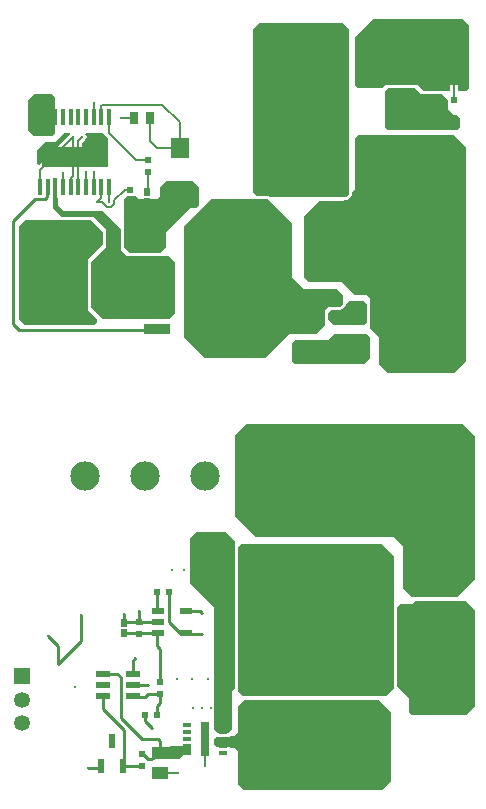
<source format=gbl>
G04*
G04 #@! TF.GenerationSoftware,Altium Limited,Altium Designer,21.2.2 (38)*
G04*
G04 Layer_Physical_Order=4*
G04 Layer_Color=16711680*
%FSLAX23Y23*%
%MOIN*%
G70*
G04*
G04 #@! TF.SameCoordinates,6939E313-D8E2-45C8-8463-115B02E7E026*
G04*
G04*
G04 #@! TF.FilePolarity,Positive*
G04*
G01*
G75*
%ADD12C,0.010*%
%ADD13R,0.019X0.020*%
%ADD16R,0.058X0.041*%
%ADD20R,0.020X0.019*%
%ADD21R,0.031X0.039*%
%ADD22R,0.024X0.026*%
%ADD44C,0.006*%
%ADD46C,0.007*%
%ADD47R,0.053X0.053*%
%ADD48C,0.053*%
%ADD49R,0.053X0.053*%
%ADD50C,0.098*%
%ADD51C,0.012*%
%ADD52R,0.049X0.024*%
%ADD53R,0.024X0.051*%
%ADD54R,0.039X0.024*%
%ADD55R,0.083X0.048*%
%ADD56R,0.297X0.409*%
%ADD57R,0.031X0.118*%
%ADD58R,0.028X0.016*%
%ADD59R,0.132X0.043*%
%ADD60R,0.041X0.058*%
%ADD61R,0.043X0.067*%
%ADD62R,0.045X0.134*%
%ADD63R,0.063X0.065*%
%ADD64R,0.163X0.183*%
%ADD65R,0.057X0.045*%
%ADD66R,0.093X0.061*%
%ADD67R,0.280X0.220*%
%ADD68R,0.089X0.037*%
%ADD69R,0.224X0.070*%
%ADD70R,0.018X0.055*%
G36*
X2560Y3560D02*
Y3350D01*
X2550Y3340D01*
X2523Y3340D01*
Y3383D01*
X2522Y3388D01*
X2519Y3392D01*
X2515Y3395D01*
X2510Y3396D01*
X2505Y3395D01*
X2501Y3392D01*
X2498Y3388D01*
X2497Y3383D01*
Y3344D01*
X2493Y3340D01*
X2480Y3340D01*
X2470D01*
X2469Y3340D01*
X2410Y3340D01*
X2390Y3360D01*
X2381D01*
X2380Y3360D01*
X2290D01*
X2289Y3360D01*
X2280D01*
X2270Y3350D01*
X2190D01*
X2180Y3360D01*
X2180Y3520D01*
X2240Y3580D01*
X2540D01*
X2560Y3560D01*
D02*
G37*
G36*
X2400Y3330D02*
X2469Y3330D01*
X2490Y3309D01*
X2490Y3280D01*
X2510Y3260D01*
X2520Y3260D01*
X2530Y3250D01*
X2530Y3220D01*
X2520Y3210D01*
X2290Y3210D01*
X2280Y3220D01*
Y3340D01*
X2290Y3350D01*
X2380D01*
X2400Y3330D01*
D02*
G37*
G36*
X1170Y3330D02*
X1181Y3319D01*
Y3200D01*
X1170Y3190D01*
X1110Y3190D01*
X1090Y3210D01*
Y3310D01*
X1110Y3330D01*
X1170Y3330D01*
D02*
G37*
G36*
X1230Y3199D02*
X1231Y3195D01*
X1127Y3091D01*
X1120Y3098D01*
Y3142D01*
X1148Y3170D01*
X1180D01*
X1210Y3200D01*
X1229D01*
X1230Y3199D01*
D02*
G37*
G36*
X1357Y3183D02*
Y3085D01*
X1314D01*
X1312Y3086D01*
X1306D01*
X1303Y3085D01*
X1290D01*
X1287Y3086D01*
X1281D01*
X1278Y3085D01*
X1271D01*
Y3167D01*
X1281Y3177D01*
X1284Y3182D01*
X1285Y3187D01*
X1284Y3192D01*
X1281Y3195D01*
X1283Y3199D01*
X1284Y3200D01*
X1340D01*
X1357Y3183D01*
D02*
G37*
G36*
X2160Y3546D02*
Y2996D01*
X2150Y2986D01*
X1899Y2986D01*
X1897Y2987D01*
X1894Y2989D01*
X1890Y2990D01*
X1852D01*
X1840Y3002D01*
X1840Y3546D01*
X1860Y3566D01*
X2140D01*
X2160Y3546D01*
D02*
G37*
G36*
X1660Y3020D02*
Y2960D01*
X1650Y2950D01*
X1630D01*
X1550Y2870D01*
X1550Y2820D01*
X1530Y2800D01*
X1430D01*
X1410Y2820D01*
X1410Y2980D01*
X1420Y2990D01*
X1450D01*
X1460Y2980D01*
X1465D01*
Y2980D01*
X1510D01*
Y2980D01*
X1520D01*
X1530Y2990D01*
Y3020D01*
X1550Y3040D01*
X1640D01*
X1660Y3020D01*
D02*
G37*
G36*
X2220Y2630D02*
Y2570D01*
X2210Y2560D01*
X2110D01*
X2090Y2580D01*
Y2600D01*
X2100Y2610D01*
X2100D01*
X2101Y2609D01*
X2130D01*
Y2610D01*
X2130D01*
X2134Y2611D01*
X2137Y2613D01*
X2147Y2623D01*
X2149Y2626D01*
X2150Y2630D01*
Y2630D01*
X2160Y2640D01*
X2210D01*
X2220Y2630D01*
D02*
G37*
G36*
X1188Y2983D02*
X1190D01*
Y2960D01*
X1210Y2940D01*
X1340D01*
X1400Y2880D01*
Y2820D01*
D01*
Y2820D01*
X1400Y2819D01*
Y2810D01*
X1420Y2790D01*
X1429D01*
X1430Y2790D01*
X1530D01*
X1531Y2790D01*
X1560D01*
X1580Y2770D01*
Y2600D01*
X1560Y2580D01*
X1340Y2580D01*
X1300Y2620D01*
X1300Y2770D01*
X1350Y2820D01*
Y2880D01*
X1310Y2920D01*
X1200D01*
X1172Y2948D01*
Y2983D01*
X1174D01*
Y3048D01*
X1188D01*
Y2983D01*
D02*
G37*
G36*
X1200Y2910D02*
X1300D01*
X1340Y2870D01*
Y2830D01*
X1290Y2780D01*
Y2771D01*
X1290Y2770D01*
X1290Y2620D01*
X1290Y2619D01*
Y2610D01*
X1320Y2580D01*
Y2570D01*
X1310Y2560D01*
X1080D01*
X1060Y2580D01*
Y2890D01*
X1080Y2910D01*
X1199D01*
X1200Y2910D01*
D02*
G37*
G36*
X1890Y2980D02*
X1970Y2900D01*
Y2720D01*
X2010Y2680D01*
X2120D01*
X2140Y2660D01*
Y2630D01*
X2130Y2620D01*
X2090D01*
X2080Y2610D01*
Y2560D01*
X2050Y2530D01*
X1960D01*
X1880Y2450D01*
X1680D01*
X1610Y2520D01*
Y2890D01*
X1700Y2980D01*
X1890Y2980D01*
D02*
G37*
G36*
X2230Y2520D02*
Y2450D01*
X2210Y2430D01*
X1980D01*
X1970Y2440D01*
Y2500D01*
X1980Y2510D01*
X2090D01*
X2110Y2530D01*
X2220D01*
X2230Y2520D01*
D02*
G37*
G36*
X2551Y3152D02*
X2551Y2721D01*
X2550Y2720D01*
Y2440D01*
X2510Y2400D01*
X2290D01*
X2260Y2430D01*
Y2520D01*
X2230Y2550D01*
Y2569D01*
X2230Y2570D01*
Y2630D01*
X2230Y2631D01*
Y2650D01*
X2220Y2660D01*
X2180D01*
X2138Y2702D01*
X2028D01*
X2011Y2719D01*
X2011Y2922D01*
X2061Y2972D01*
X2141Y2972D01*
X2144Y2975D01*
X2150D01*
X2154Y2976D01*
X2157Y2978D01*
X2167Y2988D01*
X2169Y2992D01*
X2170Y2996D01*
Y3001D01*
X2181Y3012D01*
Y3182D01*
X2191Y3192D01*
X2511D01*
X2551Y3152D01*
D02*
G37*
G36*
X2580Y2190D02*
Y1713D01*
X2519Y1651D01*
X2369D01*
X2339Y1681D01*
Y1821D01*
X2309Y1851D01*
X1849Y1851D01*
X1780Y1920D01*
Y2193D01*
X1817Y2230D01*
X2540D01*
X2580Y2190D01*
D02*
G37*
G36*
X2270Y1830D02*
X2310Y1790D01*
X2310Y1350D01*
X2283Y1323D01*
X1807D01*
X1790Y1340D01*
X1790Y1820D01*
X1800Y1830D01*
X2270Y1830D01*
D02*
G37*
G36*
X2550Y1640D02*
X2580Y1610D01*
X2580Y1290D01*
X2550Y1260D01*
X2370D01*
X2360Y1270D01*
Y1315D01*
X2320Y1355D01*
X2320Y1620D01*
X2329Y1629D01*
X2369Y1629D01*
X2380Y1640D01*
X2550Y1640D01*
D02*
G37*
G36*
X1780Y1840D02*
Y1822D01*
X1780D01*
Y1735D01*
X1780D01*
X1780Y1350D01*
X1770Y1340D01*
Y1212D01*
X1756Y1198D01*
X1724D01*
X1710Y1212D01*
Y1620D01*
X1630Y1700D01*
Y1850D01*
X1650Y1870D01*
X1750D01*
X1780Y1840D01*
D02*
G37*
G36*
X1634Y1125D02*
X1606D01*
X1594Y1112D01*
X1534D01*
X1532Y1117D01*
X1532Y1118D01*
X1536Y1119D01*
X1541Y1122D01*
X1544Y1127D01*
X1545Y1133D01*
Y1154D01*
X1559D01*
X1562Y1156D01*
X1634D01*
Y1125D01*
D02*
G37*
G36*
X2300Y1270D02*
Y1040D01*
X2270Y1010D01*
X1810D01*
X1790Y1030D01*
Y1140D01*
X1781Y1149D01*
X1764D01*
Y1151D01*
X1719D01*
X1710Y1160D01*
Y1180D01*
X1713Y1183D01*
X1716Y1186D01*
Y1186D01*
X1716Y1186D01*
X1764D01*
Y1188D01*
X1778D01*
X1790Y1200D01*
Y1290D01*
X1810Y1310D01*
X2260D01*
X2300Y1270D01*
D02*
G37*
D12*
X1470Y1180D02*
X1524D01*
X1267Y1507D02*
Y1592D01*
X1190Y1430D02*
X1267Y1507D01*
X1157Y1522D02*
X1190Y1489D01*
Y1430D02*
Y1489D01*
X1460Y1605D02*
X1461Y1605D01*
X1460Y1570D02*
Y1605D01*
X1461Y1605D02*
Y1606D01*
X1411Y1595D02*
Y1596D01*
X1410Y1567D02*
Y1595D01*
X1411Y1595D01*
X1439Y1439D02*
X1448Y1448D01*
Y1448D01*
X1439Y1397D02*
Y1439D01*
X1388Y1397D02*
X1400Y1386D01*
X1341Y1397D02*
X1388D01*
X1400Y1250D02*
Y1386D01*
Y1250D02*
X1470Y1180D01*
X1480Y1238D02*
X1502Y1216D01*
X1480Y1238D02*
Y1260D01*
X1524Y1180D02*
X1530Y1174D01*
Y1133D02*
Y1174D01*
X1522Y1133D02*
X1530D01*
Y1300D02*
Y1330D01*
X1520Y1290D02*
X1530Y1300D01*
X1520Y1260D02*
Y1290D01*
X1506Y1117D02*
Y1117D01*
X1500Y1111D02*
X1506Y1117D01*
X1489Y1111D02*
X1500D01*
X1475Y1125D02*
X1489Y1111D01*
X1475Y1125D02*
Y1126D01*
X1470Y1130D02*
X1475Y1126D01*
X1470Y1130D02*
X1470D01*
X1506Y1117D02*
X1522Y1133D01*
X1439Y1360D02*
X1490D01*
X1409Y1090D02*
X1410Y1091D01*
X1407Y1089D02*
X1409Y1090D01*
X1410Y1091D02*
Y1210D01*
X1341Y1279D02*
Y1323D01*
Y1279D02*
X1410Y1210D01*
X1520Y1530D02*
X1521Y1531D01*
X1520Y1490D02*
Y1530D01*
Y1490D02*
X1530Y1480D01*
Y1370D02*
Y1480D01*
X1442Y1320D02*
X1480D01*
X1439Y1323D02*
X1442Y1320D01*
X1480D02*
X1490Y1330D01*
X1530D01*
X1291Y1083D02*
X1327D01*
X1333Y1089D01*
X1409Y1090D02*
X1470D01*
X1410Y1567D02*
X1413Y1570D01*
X1460D01*
X1470Y1570D02*
X1523D01*
X1467Y1567D02*
X1470Y1570D01*
X1411Y1531D02*
X1461D01*
X1461Y1531D01*
X1410Y1533D02*
X1411Y1531D01*
X1461Y1531D02*
X1521D01*
X1523Y1533D01*
X1523Y1570D02*
X1523Y1570D01*
X1520Y1610D02*
X1523Y1607D01*
X1520Y1610D02*
Y1670D01*
X1598Y1533D02*
X1617D01*
X1619Y1530D01*
X1560Y1570D02*
X1598Y1533D01*
X1560Y1570D02*
Y1670D01*
X1619Y1530D02*
X1670D01*
X1670Y1530D01*
X1662Y1607D02*
X1669Y1600D01*
X1617Y1607D02*
X1662D01*
X1669Y1600D02*
X1670D01*
X1040Y2905D02*
X1113Y2978D01*
X1040Y2562D02*
X1059Y2542D01*
X1040Y2562D02*
Y2905D01*
X1145Y2978D02*
X1154Y2987D01*
X1113Y2978D02*
X1145D01*
X1154Y2987D02*
Y3019D01*
X1059Y2542D02*
X1517D01*
X1154Y3019D02*
X1155Y3020D01*
X1517Y2542D02*
X1520Y2545D01*
D13*
X1520Y1260D02*
D03*
X1480D02*
D03*
X1560Y1670D02*
D03*
X1520D02*
D03*
X2470Y3310D02*
D03*
X2510D02*
D03*
D16*
X1530Y1067D02*
D03*
Y1133D02*
D03*
D20*
Y1330D02*
D03*
Y1370D02*
D03*
X1470Y1130D02*
D03*
Y1090D02*
D03*
X1460Y1530D02*
D03*
Y1570D02*
D03*
X1490Y3070D02*
D03*
Y3110D02*
D03*
X1430Y2970D02*
D03*
Y3010D02*
D03*
X2120Y2640D02*
D03*
Y2600D02*
D03*
D21*
X2285Y1370D02*
D03*
X2340D02*
D03*
X1752Y1383D02*
D03*
X1808D02*
D03*
X1762Y1518D02*
D03*
X1818D02*
D03*
X1762Y1600D02*
D03*
X1818D02*
D03*
X1442Y3250D02*
D03*
X1498D02*
D03*
D22*
X1410Y1567D02*
D03*
Y1533D02*
D03*
X1488Y3002D02*
D03*
Y2968D02*
D03*
D44*
X1241Y3057D02*
Y3187D01*
X1130Y3075D02*
X1241Y3187D01*
X1130Y3020D02*
Y3075D01*
X1532Y1065D02*
X1590D01*
X1530Y1067D02*
X1532Y1065D01*
X1680Y1090D02*
Y1180D01*
X1680Y1180D02*
X1680Y1180D01*
X1400Y3250D02*
X1442D01*
X1258Y3020D02*
Y3173D01*
X1271Y3187D01*
X1232Y3020D02*
Y3048D01*
X1241Y3057D01*
X2510Y3310D02*
Y3383D01*
Y3310D02*
X2510Y3310D01*
X1206Y3020D02*
X1208Y3022D01*
Y3065D01*
X1520Y3150D02*
X1595D01*
X1498Y3172D02*
Y3250D01*
Y3172D02*
X1520Y3150D01*
X1338Y3293D02*
X1537D01*
X1595Y3150D02*
Y3235D01*
X1537Y3293D02*
X1595Y3235D01*
X1334Y3290D02*
X1338Y3293D01*
X1334Y3253D02*
Y3290D01*
X1360Y3200D02*
Y3253D01*
Y3200D02*
X1450Y3110D01*
X1488Y3002D02*
X1490Y3005D01*
Y3070D01*
X1450Y3110D02*
X1490D01*
X1320Y2970D02*
X1336D01*
X1353Y2953D01*
X1367D01*
X1377Y2963D01*
Y2975D01*
X1412Y3010D01*
X1430D01*
X1283Y3020D02*
X1284Y3021D01*
Y3070D01*
X1309Y3020D02*
Y3070D01*
X1360Y2970D02*
X1360Y2970D01*
X1360Y2970D02*
Y3020D01*
X1320Y2970D02*
X1334Y2984D01*
Y3020D01*
D46*
X1309Y3299D02*
X1310Y3300D01*
X1309Y3253D02*
Y3299D01*
D47*
X1911Y3530D02*
D03*
X2129Y1060D02*
D03*
D48*
X1990Y3530D02*
D03*
X2069D02*
D03*
X2510Y3461D02*
D03*
Y3383D02*
D03*
X2050Y1060D02*
D03*
X1971D02*
D03*
X1070Y1310D02*
D03*
Y1231D02*
D03*
D49*
X2510Y3540D02*
D03*
X1070Y1389D02*
D03*
D50*
X1280Y2855D02*
D03*
X1480D02*
D03*
X1680D02*
D03*
X2080D02*
D03*
X2480D02*
D03*
X1880D02*
D03*
X2280D02*
D03*
X1280Y2055D02*
D03*
X1480D02*
D03*
X1680D02*
D03*
X2080D02*
D03*
X2480D02*
D03*
X1880D02*
D03*
X2280D02*
D03*
D51*
X1246Y1351D02*
D03*
X1267Y1592D02*
D03*
X1157Y1522D02*
D03*
X1190Y1430D02*
D03*
X1510Y1180D02*
D03*
X1461Y1606D02*
D03*
X1411Y1596D02*
D03*
X1448Y1448D02*
D03*
X1502Y1216D02*
D03*
X1490Y1360D02*
D03*
X1291Y1083D02*
D03*
X1670Y1600D02*
D03*
Y1530D02*
D03*
X1951Y1288D02*
D03*
Y1345D02*
D03*
X1230Y2752D02*
D03*
X1260D02*
D03*
X1230Y2781D02*
D03*
X1260D02*
D03*
Y2724D02*
D03*
X1230D02*
D03*
X1260Y2695D02*
D03*
X1230D02*
D03*
X1260Y2666D02*
D03*
X1230D02*
D03*
X1260Y2637D02*
D03*
X1230D02*
D03*
X1260Y2609D02*
D03*
X1230D02*
D03*
X1260Y2580D02*
D03*
X1230D02*
D03*
X1609Y1741D02*
D03*
X1569D02*
D03*
X1690Y1380D02*
D03*
X1637D02*
D03*
X1587D02*
D03*
X1736Y1281D02*
D03*
X1699D02*
D03*
X1669D02*
D03*
X1639D02*
D03*
X1723Y1380D02*
D03*
X1715Y1643D02*
D03*
X1699Y1671D02*
D03*
X1689Y1701D02*
D03*
X1659D02*
D03*
X1730Y1539D02*
D03*
Y1569D02*
D03*
Y1599D02*
D03*
Y1507D02*
D03*
X2003Y1140D02*
D03*
X2033D02*
D03*
X1973D02*
D03*
X1943D02*
D03*
X1913D02*
D03*
X1883D02*
D03*
X1853D02*
D03*
X2213D02*
D03*
X2243D02*
D03*
X2183D02*
D03*
X2153D02*
D03*
X2123D02*
D03*
X2093D02*
D03*
X2063D02*
D03*
X2093Y1232D02*
D03*
X2063D02*
D03*
X2123D02*
D03*
X2063Y1202D02*
D03*
Y1172D02*
D03*
X2093D02*
D03*
Y1202D02*
D03*
X2123D02*
D03*
Y1172D02*
D03*
X2153D02*
D03*
X2183D02*
D03*
X2153Y1202D02*
D03*
X2183D02*
D03*
X2153Y1232D02*
D03*
X2183D02*
D03*
X2243D02*
D03*
X2213D02*
D03*
X2243Y1202D02*
D03*
X2213D02*
D03*
X2243Y1172D02*
D03*
X2213D02*
D03*
X1883Y1232D02*
D03*
X1853D02*
D03*
X1913D02*
D03*
X1853Y1202D02*
D03*
Y1172D02*
D03*
X1883D02*
D03*
Y1202D02*
D03*
X1913D02*
D03*
Y1172D02*
D03*
X1943D02*
D03*
X1973D02*
D03*
X1943Y1202D02*
D03*
X1973D02*
D03*
X1943Y1232D02*
D03*
X1973D02*
D03*
X2033D02*
D03*
X2003D02*
D03*
X2033Y1202D02*
D03*
X2003D02*
D03*
X2033Y1172D02*
D03*
X2003D02*
D03*
X2560Y1490D02*
D03*
Y1400D02*
D03*
Y1430D02*
D03*
Y1460D02*
D03*
X2510Y1390D02*
D03*
Y1300D02*
D03*
Y1330D02*
D03*
Y1360D02*
D03*
Y1600D02*
D03*
Y1510D02*
D03*
Y1540D02*
D03*
Y1570D02*
D03*
X1590Y1065D02*
D03*
X1680Y1090D02*
D03*
X1400Y3250D02*
D03*
X1331Y3187D02*
D03*
X1301D02*
D03*
X1271D02*
D03*
X1241D02*
D03*
X1121Y3308D02*
D03*
X1170Y3300D02*
D03*
X1150Y3320D02*
D03*
X2370Y3230D02*
D03*
X2400D02*
D03*
X2370Y3260D02*
D03*
X2400D02*
D03*
X2362Y2983D02*
D03*
Y2953D02*
D03*
X2392D02*
D03*
X2422D02*
D03*
X2392Y2983D02*
D03*
X2422D02*
D03*
X2482D02*
D03*
X2452D02*
D03*
X2482Y2953D02*
D03*
X2452D02*
D03*
X2305Y2954D02*
D03*
X2335D02*
D03*
X2305Y2984D02*
D03*
X2335D02*
D03*
X2275D02*
D03*
X2245D02*
D03*
X2275Y2954D02*
D03*
X2245D02*
D03*
X2215D02*
D03*
Y2984D02*
D03*
X2143Y2781D02*
D03*
Y2751D02*
D03*
Y2721D02*
D03*
X2173D02*
D03*
X2203D02*
D03*
X2173Y2751D02*
D03*
X2203D02*
D03*
X2173Y2781D02*
D03*
X2203D02*
D03*
X2263D02*
D03*
X2233D02*
D03*
X2263Y2751D02*
D03*
X2233D02*
D03*
X2263Y2721D02*
D03*
X2233D02*
D03*
X2380Y2720D02*
D03*
X2410D02*
D03*
X2380Y2750D02*
D03*
X2410D02*
D03*
X2380Y2780D02*
D03*
X2410D02*
D03*
X2350D02*
D03*
X2320D02*
D03*
X2350Y2750D02*
D03*
X2320D02*
D03*
X2350Y2720D02*
D03*
X2320D02*
D03*
X2290D02*
D03*
Y2750D02*
D03*
Y2780D02*
D03*
X2379Y1759D02*
D03*
Y1729D02*
D03*
Y1699D02*
D03*
X2409D02*
D03*
X2439D02*
D03*
X2409Y1729D02*
D03*
X2439D02*
D03*
X2409Y1759D02*
D03*
X2439D02*
D03*
X2499D02*
D03*
X2469D02*
D03*
X2499Y1729D02*
D03*
X2469D02*
D03*
X2499Y1699D02*
D03*
X2469D02*
D03*
X2409Y1849D02*
D03*
Y1819D02*
D03*
Y1789D02*
D03*
X2439D02*
D03*
X2469D02*
D03*
X2439Y1819D02*
D03*
X2469D02*
D03*
X2439Y1849D02*
D03*
X2469D02*
D03*
X2529D02*
D03*
X2499D02*
D03*
X2529Y1819D02*
D03*
X2499D02*
D03*
X2529Y1789D02*
D03*
X2499D02*
D03*
X1974Y1902D02*
D03*
X2004D02*
D03*
X1974Y1932D02*
D03*
X2004D02*
D03*
X1974Y1962D02*
D03*
X2004D02*
D03*
X1944D02*
D03*
X1914D02*
D03*
X1944Y1932D02*
D03*
X1914D02*
D03*
X1944Y1902D02*
D03*
X1914D02*
D03*
X1884D02*
D03*
Y1932D02*
D03*
Y1962D02*
D03*
X2474Y1892D02*
D03*
X2504D02*
D03*
X2474Y1922D02*
D03*
X2504D02*
D03*
X2474Y1952D02*
D03*
X2504D02*
D03*
X2444D02*
D03*
X2414D02*
D03*
X2444Y1922D02*
D03*
X2414D02*
D03*
X2444Y1892D02*
D03*
X2414D02*
D03*
X2384D02*
D03*
Y1922D02*
D03*
Y1952D02*
D03*
X1850Y2140D02*
D03*
Y2170D02*
D03*
Y2200D02*
D03*
X2387Y2199D02*
D03*
Y2169D02*
D03*
Y2139D02*
D03*
X2417D02*
D03*
X2447D02*
D03*
X2417Y2169D02*
D03*
X2447D02*
D03*
X2417Y2199D02*
D03*
X2447D02*
D03*
X2507D02*
D03*
X2477D02*
D03*
X2507Y2169D02*
D03*
X2477D02*
D03*
X2507Y2139D02*
D03*
X2477D02*
D03*
X2330Y2140D02*
D03*
X2360D02*
D03*
X2330Y2170D02*
D03*
X2360D02*
D03*
X2330Y2200D02*
D03*
X2360D02*
D03*
X2300D02*
D03*
X2270D02*
D03*
X2300Y2170D02*
D03*
X2270D02*
D03*
X2300Y2140D02*
D03*
X2270D02*
D03*
X2240D02*
D03*
Y2170D02*
D03*
X2210D02*
D03*
Y2140D02*
D03*
X2240Y2200D02*
D03*
X2210D02*
D03*
X2030D02*
D03*
X2000D02*
D03*
X2060D02*
D03*
X2000Y2170D02*
D03*
Y2140D02*
D03*
X2030D02*
D03*
Y2170D02*
D03*
X2060D02*
D03*
Y2140D02*
D03*
X2090D02*
D03*
X2120D02*
D03*
X2090Y2170D02*
D03*
X2120D02*
D03*
X2090Y2200D02*
D03*
X2120D02*
D03*
X2180D02*
D03*
X2150D02*
D03*
X2180Y2170D02*
D03*
X2150D02*
D03*
X2180Y2140D02*
D03*
X2150D02*
D03*
X1940D02*
D03*
X1970D02*
D03*
X1940Y2170D02*
D03*
X1970D02*
D03*
X1940Y2200D02*
D03*
X1970D02*
D03*
X1910D02*
D03*
Y2170D02*
D03*
Y2140D02*
D03*
X1880D02*
D03*
Y2170D02*
D03*
Y2200D02*
D03*
X1910Y1730D02*
D03*
Y1700D02*
D03*
X1940D02*
D03*
Y1730D02*
D03*
X1970D02*
D03*
X2000D02*
D03*
X1970Y1700D02*
D03*
X2000D02*
D03*
X2030D02*
D03*
Y1730D02*
D03*
X1870Y1620D02*
D03*
Y1590D02*
D03*
Y1560D02*
D03*
X1900D02*
D03*
Y1590D02*
D03*
Y1620D02*
D03*
X1870Y1650D02*
D03*
X1900D02*
D03*
X1960D02*
D03*
X1930D02*
D03*
X1960Y1620D02*
D03*
X1930D02*
D03*
X1960Y1590D02*
D03*
X1930D02*
D03*
X1960Y1560D02*
D03*
X1930D02*
D03*
X2140Y1500D02*
D03*
X2170D02*
D03*
X2140Y1530D02*
D03*
X2170D02*
D03*
X2140Y1560D02*
D03*
X2170D02*
D03*
X2140Y1590D02*
D03*
X2170D02*
D03*
X2140Y1620D02*
D03*
X2170D02*
D03*
X2200D02*
D03*
X2110D02*
D03*
X2080D02*
D03*
X2110Y1590D02*
D03*
X2080D02*
D03*
X2110Y1560D02*
D03*
Y1530D02*
D03*
Y1500D02*
D03*
Y1460D02*
D03*
Y1430D02*
D03*
X2080D02*
D03*
X2050D02*
D03*
X2080Y1460D02*
D03*
X2050D02*
D03*
Y1500D02*
D03*
X2080D02*
D03*
X2050Y1530D02*
D03*
X2080D02*
D03*
Y1560D02*
D03*
X2050D02*
D03*
Y1590D02*
D03*
X2020D02*
D03*
Y1560D02*
D03*
Y1530D02*
D03*
Y1500D02*
D03*
Y1460D02*
D03*
Y1430D02*
D03*
X1990D02*
D03*
Y1460D02*
D03*
Y1500D02*
D03*
Y1530D02*
D03*
Y1560D02*
D03*
Y1590D02*
D03*
X2050Y1680D02*
D03*
Y1650D02*
D03*
Y1620D02*
D03*
X1990D02*
D03*
Y1650D02*
D03*
Y1680D02*
D03*
X2020D02*
D03*
Y1620D02*
D03*
Y1650D02*
D03*
X1130Y3210D02*
D03*
X1208Y3065D02*
D03*
X1650Y2780D02*
D03*
X1910D02*
D03*
X1700D02*
D03*
X1860D02*
D03*
X1750D02*
D03*
X1810D02*
D03*
X1780Y2810D02*
D03*
Y2850D02*
D03*
X1840Y2500D02*
D03*
X1690D02*
D03*
X1740D02*
D03*
X1790D02*
D03*
X1890Y2490D02*
D03*
X1840Y2470D02*
D03*
X1790D02*
D03*
X1740D02*
D03*
X1690D02*
D03*
X1310Y3300D02*
D03*
X1360Y2970D02*
D03*
X1320D02*
D03*
X1284Y3070D02*
D03*
X1309D02*
D03*
D52*
X1341Y1397D02*
D03*
Y1360D02*
D03*
Y1323D02*
D03*
X1439D02*
D03*
Y1360D02*
D03*
Y1397D02*
D03*
D53*
X1370Y1171D02*
D03*
X1333Y1089D02*
D03*
X1407D02*
D03*
D54*
X1523Y1533D02*
D03*
Y1570D02*
D03*
Y1607D02*
D03*
X1617D02*
D03*
Y1533D02*
D03*
D55*
X2338Y3310D02*
D03*
Y3110D02*
D03*
D56*
X2000Y3210D02*
D03*
D57*
X1680Y1180D02*
D03*
D58*
X1620Y1227D02*
D03*
Y1204D02*
D03*
Y1180D02*
D03*
Y1156D02*
D03*
Y1133D02*
D03*
X1740D02*
D03*
Y1156D02*
D03*
Y1180D02*
D03*
Y1204D02*
D03*
Y1227D02*
D03*
D59*
X2050Y1290D02*
D03*
Y1345D02*
D03*
D60*
X2350Y1600D02*
D03*
X2284D02*
D03*
X1746Y1692D02*
D03*
X1812D02*
D03*
X2344Y1520D02*
D03*
X2278D02*
D03*
X1746Y1445D02*
D03*
X1812D02*
D03*
X2253Y2600D02*
D03*
X2187D02*
D03*
D61*
X1811Y1778D02*
D03*
X1705D02*
D03*
X2279Y1439D02*
D03*
X2385D02*
D03*
D62*
X1170Y2700D02*
D03*
X1410D02*
D03*
D63*
X1595Y3150D02*
D03*
Y2990D02*
D03*
X2020Y2470D02*
D03*
Y2630D02*
D03*
D64*
X2165Y1731D02*
D03*
D65*
X2126Y1878D02*
D03*
X2204D02*
D03*
D66*
X2165Y2490D02*
D03*
X2335D02*
D03*
D67*
X1778Y2635D02*
D03*
D68*
X1520Y2725D02*
D03*
Y2545D02*
D03*
D69*
X1245Y3120D02*
D03*
D70*
X1130Y3253D02*
D03*
X1155D02*
D03*
X1181D02*
D03*
X1206D02*
D03*
X1232D02*
D03*
X1258D02*
D03*
X1283D02*
D03*
X1309D02*
D03*
X1334D02*
D03*
X1360D02*
D03*
X1130Y3020D02*
D03*
X1155D02*
D03*
X1181D02*
D03*
X1206D02*
D03*
X1232D02*
D03*
X1258D02*
D03*
X1283D02*
D03*
X1309D02*
D03*
X1334D02*
D03*
X1360D02*
D03*
M02*

</source>
